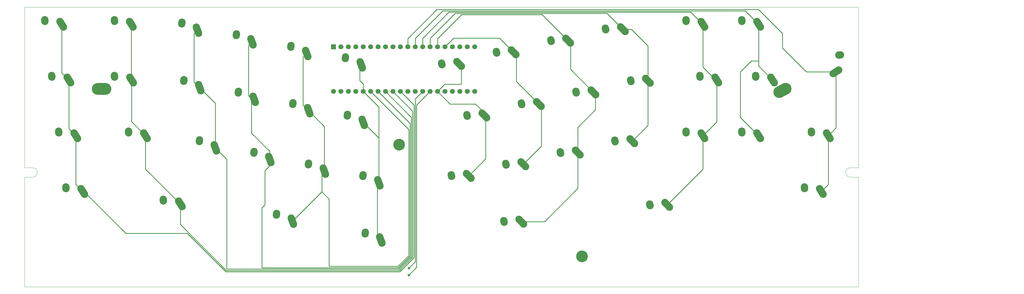
<source format=gtl>
%TF.GenerationSoftware,KiCad,Pcbnew,(6.0.6)*%
%TF.CreationDate,2022-07-10T17:12:38+03:00*%
%TF.ProjectId,liisa,6c696973-612e-46b6-9963-61645f706362,rev?*%
%TF.SameCoordinates,Original*%
%TF.FileFunction,Copper,L1,Top*%
%TF.FilePolarity,Positive*%
%FSLAX46Y46*%
G04 Gerber Fmt 4.6, Leading zero omitted, Abs format (unit mm)*
G04 Created by KiCad (PCBNEW (6.0.6)) date 2022-07-10 17:12:38*
%MOMM*%
%LPD*%
G01*
G04 APERTURE LIST*
G04 Aperture macros list*
%AMHorizOval*
0 Thick line with rounded ends*
0 $1 width*
0 $2 $3 position (X,Y) of the first rounded end (center of the circle)*
0 $4 $5 position (X,Y) of the second rounded end (center of the circle)*
0 Add line between two ends*
20,1,$1,$2,$3,$4,$5,0*
0 Add two circle primitives to create the rounded ends*
1,1,$1,$2,$3*
1,1,$1,$4,$5*%
G04 Aperture macros list end*
%TA.AperFunction,Profile*%
%ADD10C,0.100000*%
%TD*%
%TA.AperFunction,ComponentPad*%
%ADD11HorizOval,2.500000X-0.788523X0.802407X0.788523X-0.802407X0*%
%TD*%
%TA.AperFunction,ComponentPad*%
%ADD12HorizOval,2.500000X-0.079448X0.278905X0.079448X-0.278905X0*%
%TD*%
%TA.AperFunction,ComponentPad*%
%ADD13C,4.000000*%
%TD*%
%TA.AperFunction,ComponentPad*%
%ADD14O,6.700000X4.000000*%
%TD*%
%TA.AperFunction,ComponentPad*%
%ADD15HorizOval,4.000000X-1.103684X-0.586839X1.103684X0.586839X0*%
%TD*%
%TA.AperFunction,ComponentPad*%
%ADD16HorizOval,2.500000X-0.393983X1.053756X0.393983X-1.053756X0*%
%TD*%
%TA.AperFunction,ComponentPad*%
%ADD17HorizOval,2.500000X0.040861X0.287107X-0.040861X-0.287107X0*%
%TD*%
%TA.AperFunction,ComponentPad*%
%ADD18HorizOval,2.500000X-0.604462X0.948815X0.604462X-0.948815X0*%
%TD*%
%TA.AperFunction,ComponentPad*%
%ADD19HorizOval,2.500000X-0.019724X0.289328X0.019724X-0.289328X0*%
%TD*%
%TA.AperFunction,ComponentPad*%
%ADD20HorizOval,2.500000X0.948815X0.604462X-0.948815X-0.604462X0*%
%TD*%
%TA.AperFunction,ComponentPad*%
%ADD21HorizOval,2.500000X0.289328X0.019724X-0.289328X-0.019724X0*%
%TD*%
%TA.AperFunction,ComponentPad*%
%ADD22C,1.700000*%
%TD*%
%TA.AperFunction,ComponentPad*%
%ADD23R,1.700000X1.700000*%
%TD*%
%TA.AperFunction,ViaPad*%
%ADD24C,0.800000*%
%TD*%
%TA.AperFunction,Conductor*%
%ADD25C,0.250000*%
%TD*%
G04 APERTURE END LIST*
D10*
X320410000Y-113520000D02*
X320410000Y-76010000D01*
X38210000Y-72820000D02*
X35410000Y-72820000D01*
X368553350Y-22485001D02*
X368553350Y-22485001D01*
X35410000Y-17920000D02*
X320410000Y-17920000D01*
X38210000Y-76020000D02*
G75*
G03*
X38210000Y-72820000I0J1600000D01*
G01*
X320410000Y-76010000D02*
X317610000Y-76010000D01*
X320410000Y-17920000D02*
X320410000Y-72810000D01*
X35410000Y-76020000D02*
X35410000Y-113520000D01*
X38210000Y-76020000D02*
X35410000Y-76020000D01*
X320410000Y-72810000D02*
X317610000Y-72810000D01*
X317610000Y-72810000D02*
G75*
G03*
X317610000Y-76010000I0J-1600000D01*
G01*
X320410000Y-113520000D02*
X35410000Y-113520000D01*
X35410000Y-72820000D02*
X35410000Y-17920000D01*
D11*
%TO.P,K24,1*%
%TO.N,/col 6*%
X192561387Y-54955928D03*
D12*
%TO.P,K24,2*%
%TO.N,Net-(D24-Pad2)*%
X186648537Y-54914370D03*
%TD*%
D13*
%TO.P,HOLE_M3,1*%
%TO.N,N/C*%
X225910000Y-103120000D03*
%TD*%
D14*
%TO.P,HOLE_M3,1*%
%TO.N,N/C*%
X61710000Y-45820000D03*
%TD*%
D15*
%TO.P,HOLE_M3,1*%
%TO.N,N/C*%
X294409020Y-46401931D03*
%TD*%
D13*
%TO.P,HOLE_M3,1*%
%TO.N,N/C*%
X163400000Y-64920000D03*
%TD*%
D16*
%TO.P,K14,1*%
%TO.N,/col 3*%
X119223496Y-69992248D03*
D17*
%TO.P,K14,2*%
%TO.N,Net-(D14-Pad2)*%
X113838741Y-67549311D03*
%TD*%
D11*
%TO.P,K34,1*%
%TO.N,/col 9*%
X248462522Y-43073775D03*
D12*
%TO.P,K34,2*%
%TO.N,Net-(D34-Pad2)*%
X242549672Y-43032217D03*
%TD*%
D16*
%TO.P,K13,1*%
%TO.N,/col 3*%
X113867358Y-49378176D03*
D17*
%TO.P,K13,2*%
%TO.N,Net-(D13-Pad2)*%
X108482603Y-46935239D03*
%TD*%
D16*
%TO.P,K18,1*%
%TO.N,/col 4*%
X137857208Y-73952966D03*
D17*
%TO.P,K18,2*%
%TO.N,Net-(D18-Pad2)*%
X132472453Y-71510029D03*
%TD*%
D11*
%TO.P,K31,1*%
%TO.N,/col 8*%
X229828811Y-47034494D03*
D12*
%TO.P,K31,2*%
%TO.N,Net-(D31-Pad2)*%
X223915961Y-46992936D03*
%TD*%
D16*
%TO.P,K17,1*%
%TO.N,/col 4*%
X132501070Y-53338896D03*
D17*
%TO.P,K17,2*%
%TO.N,Net-(D17-Pad2)*%
X127116315Y-50895959D03*
%TD*%
D11*
%TO.P,K25,1*%
%TO.N,/col 6*%
X187205249Y-75569999D03*
D12*
%TO.P,K25,2*%
%TO.N,Net-(D25-Pad2)*%
X181292399Y-75528441D03*
%TD*%
D11*
%TO.P,K26,1*%
%TO.N,/col 7*%
X202575953Y-33351678D03*
D12*
%TO.P,K26,2*%
%TO.N,Net-(D26-Pad2)*%
X196663103Y-33310120D03*
%TD*%
D18*
%TO.P,K37,1*%
%TO.N,/col 10*%
X271983750Y-42787500D03*
D19*
%TO.P,K37,2*%
%TO.N,Net-(D37-Pad2)*%
X266208750Y-41517500D03*
%TD*%
D16*
%TO.P,K22,1*%
%TO.N,/col 5*%
X157188631Y-97537574D03*
D17*
%TO.P,K22,2*%
%TO.N,Net-(D22-Pad2)*%
X151803876Y-95094637D03*
%TD*%
D16*
%TO.P,K21,1*%
%TO.N,/col 5*%
X156490920Y-77913684D03*
D17*
%TO.P,K21,2*%
%TO.N,Net-(D21-Pad2)*%
X151106165Y-75470747D03*
%TD*%
D18*
%TO.P,K2,1*%
%TO.N,/col 0*%
X50527500Y-42787500D03*
D19*
%TO.P,K2,2*%
%TO.N,Net-(D2-Pad2)*%
X44752500Y-41517500D03*
%TD*%
D18*
%TO.P,K6,1*%
%TO.N,/col 1*%
X71958750Y-42787500D03*
D19*
%TO.P,K6,2*%
%TO.N,Net-(D6-Pad2)*%
X66183750Y-41517500D03*
%TD*%
D18*
%TO.P,K38,1*%
%TO.N,/col 10*%
X267221250Y-61837500D03*
D19*
%TO.P,K38,2*%
%TO.N,Net-(D38-Pad2)*%
X261446250Y-60567500D03*
%TD*%
%TO.P,K1,2*%
%TO.N,Net-(D1-Pad2)*%
X42371250Y-22467500D03*
D18*
%TO.P,K1,1*%
%TO.N,/col 0*%
X48146250Y-23737500D03*
%TD*%
%TO.P,K7,1*%
%TO.N,/col 1*%
X76721250Y-61837500D03*
D19*
%TO.P,K7,2*%
%TO.N,Net-(D7-Pad2)*%
X70946250Y-60567500D03*
%TD*%
D16*
%TO.P,K11,1*%
%TO.N,/col 2*%
X100589784Y-66031530D03*
D17*
%TO.P,K11,2*%
%TO.N,Net-(D11-Pad2)*%
X95205029Y-63588593D03*
%TD*%
D11*
%TO.P,K28,1*%
%TO.N,/col 7*%
X205838961Y-71609282D03*
D12*
%TO.P,K28,2*%
%TO.N,Net-(D28-Pad2)*%
X199926111Y-71567724D03*
%TD*%
D18*
%TO.P,K8,1*%
%TO.N,/col 1*%
X88627500Y-85156736D03*
D19*
%TO.P,K8,2*%
%TO.N,Net-(D8-Pad2)*%
X82852500Y-83886736D03*
%TD*%
D18*
%TO.P,K41,1*%
%TO.N,/col 11*%
X291033750Y-42787500D03*
D19*
%TO.P,K41,2*%
%TO.N,Net-(D41-Pad2)*%
X285258750Y-41517500D03*
%TD*%
D16*
%TO.P,K15,1*%
%TO.N,/col 4*%
X126908848Y-91101408D03*
D17*
%TO.P,K15,2*%
%TO.N,Net-(D15-Pad2)*%
X121524093Y-88658471D03*
%TD*%
%TO.P,K9,2*%
%TO.N,Net-(D9-Pad2)*%
X89151181Y-23350631D03*
D16*
%TO.P,K9,1*%
%TO.N,/col 2*%
X94535936Y-25793568D03*
%TD*%
D18*
%TO.P,K45,1*%
%TO.N,/col 12*%
X307702500Y-80887500D03*
D19*
%TO.P,K45,2*%
%TO.N,Net-(D44-Pad2)*%
X301927500Y-79617500D03*
%TD*%
D18*
%TO.P,K42,1*%
%TO.N,/col 11*%
X286271250Y-61837500D03*
D19*
%TO.P,K42,2*%
%TO.N,Net-(D42-Pad2)*%
X280496250Y-60567500D03*
%TD*%
D11*
%TO.P,K35,1*%
%TO.N,/col 9*%
X243106384Y-63687846D03*
D12*
%TO.P,K35,2*%
%TO.N,Net-(D35-Pad2)*%
X237193534Y-63646288D03*
%TD*%
D18*
%TO.P,K4,1*%
%TO.N,/col 0*%
X55290000Y-80887500D03*
D19*
%TO.P,K4,2*%
%TO.N,Net-(D4-Pad2)*%
X49515000Y-79617500D03*
%TD*%
D18*
%TO.P,K44,1*%
%TO.N,/col 12*%
X310083750Y-61837500D03*
D19*
%TO.P,K44,2*%
%TO.N,Net-(D43-Pad2)*%
X304308750Y-60567500D03*
%TD*%
D11*
%TO.P,K39,1*%
%TO.N,/col 10*%
X255044923Y-85494716D03*
D12*
%TO.P,K39,2*%
%TO.N,Net-(D39-Pad2)*%
X249132073Y-85453158D03*
%TD*%
D16*
%TO.P,K16,1*%
%TO.N,/col 4*%
X131803360Y-33715004D03*
D17*
%TO.P,K16,2*%
%TO.N,Net-(D16-Pad2)*%
X126418605Y-31272067D03*
%TD*%
D18*
%TO.P,K36,1*%
%TO.N,/col 10*%
X267221250Y-23737500D03*
D19*
%TO.P,K36,2*%
%TO.N,Net-(D36-Pad2)*%
X261446250Y-22467500D03*
%TD*%
D11*
%TO.P,K30,1*%
%TO.N,/col 8*%
X221209665Y-29390961D03*
D12*
%TO.P,K30,2*%
%TO.N,Net-(D30-Pad2)*%
X215296815Y-29349403D03*
%TD*%
D11*
%TO.P,K29,1*%
%TO.N,/col 8*%
X205141250Y-91233172D03*
D12*
%TO.P,K29,2*%
%TO.N,Net-(D29-Pad2)*%
X199228400Y-91191614D03*
%TD*%
D11*
%TO.P,K33,1*%
%TO.N,/col 9*%
X239843377Y-25430243D03*
D12*
%TO.P,K33,2*%
%TO.N,Net-(D33-Pad2)*%
X233930527Y-25388685D03*
%TD*%
D18*
%TO.P,K40,1*%
%TO.N,/col 11*%
X286271250Y-23737500D03*
D19*
%TO.P,K40,2*%
%TO.N,Net-(D40-Pad2)*%
X280496250Y-22467500D03*
%TD*%
D11*
%TO.P,K32,1*%
%TO.N,/col 8*%
X224472672Y-67648563D03*
D12*
%TO.P,K32,2*%
%TO.N,Net-(D32-Pad2)*%
X218559822Y-67607005D03*
%TD*%
D16*
%TO.P,K19,1*%
%TO.N,/col 5*%
X150437071Y-37675722D03*
D17*
%TO.P,K19,2*%
%TO.N,Net-(D19-Pad2)*%
X145052316Y-35232785D03*
%TD*%
D19*
%TO.P,K5,2*%
%TO.N,Net-(D5-Pad2)*%
X66142462Y-22467500D03*
D18*
%TO.P,K5,1*%
%TO.N,/col 1*%
X71917462Y-23737500D03*
%TD*%
D16*
%TO.P,K20,1*%
%TO.N,/col 5*%
X151134782Y-57299613D03*
D17*
%TO.P,K20,2*%
%TO.N,Net-(D20-Pad2)*%
X145750027Y-54856676D03*
%TD*%
D11*
%TO.P,K23,1*%
%TO.N,/col 6*%
X183942241Y-37312396D03*
D12*
%TO.P,K23,2*%
%TO.N,Net-(D23-Pad2)*%
X178029391Y-37270838D03*
%TD*%
D18*
%TO.P,K3,1*%
%TO.N,/col 0*%
X52908750Y-61837500D03*
D19*
%TO.P,K3,2*%
%TO.N,Net-(D3-Pad2)*%
X47133750Y-60567500D03*
%TD*%
D20*
%TO.P,K43,1*%
%TO.N,/col 12*%
X312730000Y-40037500D03*
D21*
%TO.P,K43,2*%
%TO.N,Net-(D45-Pad2)*%
X314000000Y-34262500D03*
%TD*%
D16*
%TO.P,K10,1*%
%TO.N,/col 2*%
X95233646Y-45417460D03*
D17*
%TO.P,K10,2*%
%TO.N,Net-(D10-Pad2)*%
X89848891Y-42974523D03*
%TD*%
D22*
%TO.P,U1,40,5V*%
%TO.N,unconnected-(U1-Pad40)*%
X140970000Y-46720000D03*
%TO.P,U1,39,GND*%
%TO.N,unconnected-(U1-Pad39)*%
X143510000Y-46720000D03*
%TO.P,U1,38,3V3*%
%TO.N,unconnected-(U1-Pad38)*%
X146050000Y-46720000D03*
%TO.P,U1,37,PB10*%
%TO.N,unconnected-(U1-Pad37)*%
X148590000Y-46720000D03*
%TO.P,U1,36,PB2*%
%TO.N,/col 5*%
X151130000Y-46720000D03*
%TO.P,U1,35,PB1*%
%TO.N,/col 4*%
X153670000Y-46720000D03*
%TO.P,U1,34,PB0*%
%TO.N,/col 3*%
X156210000Y-46720000D03*
%TO.P,U1,33,PA7*%
%TO.N,/col 2*%
X158750000Y-46720000D03*
%TO.P,U1,32,PA6*%
%TO.N,/col 1*%
X161290000Y-46720000D03*
%TO.P,U1,31,PA5*%
%TO.N,/col 0*%
X163830000Y-46720000D03*
%TO.P,U1,30,PA4*%
%TO.N,/row 0*%
X166370000Y-46720000D03*
%TO.P,U1,29,PA3*%
%TO.N,/row 1*%
X168910000Y-46720000D03*
%TO.P,U1,28,PA2*%
%TO.N,/row 2*%
X171450000Y-46720000D03*
%TO.P,U1,27,PA1*%
%TO.N,/row 3*%
X173990000Y-46720000D03*
%TO.P,U1,26,PA0*%
%TO.N,/col 6*%
X176530000Y-46720000D03*
%TO.P,U1,25,RES*%
%TO.N,unconnected-(U1-Pad25)*%
X179070000Y-46720000D03*
%TO.P,U1,24,PC15*%
%TO.N,unconnected-(U1-Pad24)*%
X181610000Y-46720000D03*
%TO.P,U1,23,PC14*%
%TO.N,unconnected-(U1-Pad23)*%
X184150000Y-46720000D03*
%TO.P,U1,22,PC13*%
%TO.N,unconnected-(U1-Pad22)*%
X186690000Y-46720000D03*
%TO.P,U1,21,VBat*%
%TO.N,unconnected-(U1-Pad21)*%
X189230000Y-46720000D03*
%TO.P,U1,20,3V3*%
%TO.N,unconnected-(U1-Pad20)*%
X189230000Y-31480000D03*
%TO.P,U1,19,GND*%
%TO.N,unconnected-(U1-Pad19)*%
X186690000Y-31480000D03*
%TO.P,U1,18,5V*%
%TO.N,unconnected-(U1-Pad18)*%
X184150000Y-31480000D03*
%TO.P,U1,17,PB9*%
%TO.N,unconnected-(U1-Pad17)*%
X181610000Y-31480000D03*
%TO.P,U1,16,PB8*%
%TO.N,/col 7*%
X179070000Y-31480000D03*
%TO.P,U1,15,PB7*%
%TO.N,/col 8*%
X176530000Y-31480000D03*
%TO.P,U1,14,PB6*%
%TO.N,/col 9*%
X173990000Y-31480000D03*
%TO.P,U1,13,PB5*%
%TO.N,/col 10*%
X171450000Y-31480000D03*
%TO.P,U1,12,PB4*%
%TO.N,/col 11*%
X168910000Y-31480000D03*
%TO.P,U1,11,PB3*%
%TO.N,/col 12*%
X166370000Y-31480000D03*
%TO.P,U1,10,PA15*%
%TO.N,unconnected-(U1-Pad10)*%
X163830000Y-31480000D03*
%TO.P,U1,9,PA12*%
%TO.N,unconnected-(U1-Pad9)*%
X161290000Y-31480000D03*
%TO.P,U1,8,PA11*%
%TO.N,unconnected-(U1-Pad8)*%
X158750000Y-31480000D03*
%TO.P,U1,7,PA10*%
%TO.N,unconnected-(U1-Pad7)*%
X156210000Y-31480000D03*
%TO.P,U1,6,PA9*%
%TO.N,unconnected-(U1-Pad6)*%
X153670000Y-31480000D03*
%TO.P,U1,5,PA8*%
%TO.N,unconnected-(U1-Pad5)*%
X151130000Y-31480000D03*
%TO.P,U1,4,PB15*%
%TO.N,unconnected-(U1-Pad4)*%
X148590000Y-31480000D03*
%TO.P,U1,3,PB14*%
%TO.N,unconnected-(U1-Pad3)*%
X146050000Y-31480000D03*
%TO.P,U1,2,PB13*%
%TO.N,unconnected-(U1-Pad2)*%
X143510000Y-31480000D03*
D23*
%TO.P,U1,1,PB12*%
%TO.N,unconnected-(U1-Pad1)*%
X140970000Y-31480000D03*
%TD*%
D11*
%TO.P,K27,1*%
%TO.N,/col 7*%
X211195099Y-50995211D03*
D12*
%TO.P,K27,2*%
%TO.N,Net-(D27-Pad2)*%
X205282249Y-50953653D03*
%TD*%
D17*
%TO.P,K12,2*%
%TO.N,Net-(D12-Pad2)*%
X107784893Y-27311349D03*
D16*
%TO.P,K12,1*%
%TO.N,/col 3*%
X113169648Y-29754286D03*
%TD*%
D24*
%TO.N,/row 2*%
X166687500Y-107156250D03*
%TO.N,/row 3*%
X166687500Y-109537500D03*
%TD*%
D25*
%TO.N,/col 0*%
X163695584Y-108350000D02*
X168487500Y-103558084D01*
X104127208Y-108350000D02*
X163695584Y-108350000D01*
X91027208Y-95250000D02*
X104127208Y-108350000D01*
X55634353Y-80887500D02*
X69996853Y-95250000D01*
X69996853Y-95250000D02*
X91027208Y-95250000D01*
X168487500Y-103558084D02*
X168487500Y-51377500D01*
X55290000Y-80887500D02*
X55634353Y-80887500D01*
X168487500Y-51377500D02*
X163830000Y-46720000D01*
%TO.N,/col 1*%
X88627500Y-92213896D02*
X88627500Y-85156736D01*
X104313604Y-107900000D02*
X88627500Y-92213896D01*
X163509188Y-107900000D02*
X104313604Y-107900000D01*
X168037500Y-103371688D02*
X163509188Y-107900000D01*
X161290000Y-46720000D02*
X168037500Y-53467500D01*
X168037500Y-53467500D02*
X168037500Y-103371688D01*
%TO.N,/row 3*%
X169387500Y-106837500D02*
X169387500Y-51322500D01*
X166687500Y-109537500D02*
X169387500Y-106837500D01*
X169387500Y-51322500D02*
X173990000Y-46720000D01*
%TO.N,/row 2*%
X168937500Y-49232500D02*
X171450000Y-46720000D01*
X166687500Y-107156250D02*
X168937500Y-104906250D01*
X168937500Y-104906250D02*
X168937500Y-49232500D01*
%TO.N,/col 7*%
X197724275Y-28500000D02*
X182050000Y-28500000D01*
X202575953Y-33351678D02*
X197724275Y-28500000D01*
X182050000Y-28500000D02*
X179070000Y-31480000D01*
%TO.N,/col 8*%
X184735000Y-20500000D02*
X176530000Y-28705000D01*
X176530000Y-28705000D02*
X176530000Y-31480000D01*
X212318704Y-20500000D02*
X184735000Y-20500000D01*
X221209665Y-29390961D02*
X212318704Y-20500000D01*
%TO.N,/col 9*%
X234463134Y-20050000D02*
X182557500Y-20050000D01*
X239843377Y-25430243D02*
X234463134Y-20050000D01*
X182557500Y-20050000D02*
X173990000Y-28617500D01*
X173990000Y-28617500D02*
X173990000Y-31480000D01*
%TO.N,/col 10*%
X180400000Y-19600000D02*
X263083750Y-19600000D01*
X263083750Y-19600000D02*
X267221250Y-23737500D01*
X171450000Y-31480000D02*
X171450000Y-28550000D01*
X171450000Y-28550000D02*
X180400000Y-19600000D01*
%TO.N,/col 11*%
X168910000Y-28590000D02*
X168910000Y-31480000D01*
X178350000Y-19150000D02*
X168910000Y-28590000D01*
X281683750Y-19150000D02*
X178350000Y-19150000D01*
X286271250Y-23737500D02*
X281683750Y-19150000D01*
%TO.N,/col 12*%
X166370000Y-28630000D02*
X166370000Y-31480000D01*
X176300000Y-18700000D02*
X166370000Y-28630000D01*
X294400000Y-31900000D02*
X294400000Y-26900000D01*
X286200000Y-18700000D02*
X176300000Y-18700000D01*
X312730000Y-40037500D02*
X302537500Y-40037500D01*
X302537500Y-40037500D02*
X294400000Y-31900000D01*
X294400000Y-26900000D02*
X286200000Y-18700000D01*
%TO.N,/col 0*%
X52908750Y-61837500D02*
X52908750Y-78506250D01*
X50527500Y-42787500D02*
X48146250Y-40406250D01*
X52908750Y-78506250D02*
X55290000Y-80887500D01*
X50527500Y-59456250D02*
X52908750Y-61837500D01*
X50527500Y-42787500D02*
X50527500Y-59456250D01*
X48146250Y-40406250D02*
X48146250Y-23737500D01*
%TO.N,/col 1*%
X71958750Y-42787500D02*
X71958750Y-57075000D01*
X76721250Y-61837500D02*
X76721250Y-73250486D01*
X71917462Y-42746212D02*
X71958750Y-42787500D01*
X76721250Y-73250486D02*
X88627500Y-85156736D01*
X71958750Y-57075000D02*
X76721250Y-61837500D01*
X161720000Y-46720000D02*
X161290000Y-46720000D01*
X71917462Y-23737500D02*
X71917462Y-42746212D01*
%TO.N,/col 2*%
X104500000Y-107450000D02*
X163322792Y-107450000D01*
X95233646Y-45417460D02*
X100589784Y-50773598D01*
X94535936Y-25793568D02*
X93347736Y-26981768D01*
X100589784Y-66031530D02*
X104500000Y-69941746D01*
X167587500Y-103185292D02*
X167587500Y-55557500D01*
X167587500Y-55557500D02*
X158750000Y-46720000D01*
X163322792Y-107450000D02*
X167587500Y-103185292D01*
X100589784Y-50773598D02*
X100589784Y-66031530D01*
X104500000Y-69941746D02*
X104500000Y-107450000D01*
X93347736Y-26981768D02*
X93347736Y-43531550D01*
X93347736Y-43531550D02*
X95233646Y-45417460D01*
%TO.N,/col 3*%
X167137500Y-102998896D02*
X167137500Y-57647500D01*
X167137500Y-57647500D02*
X156210000Y-46720000D01*
X113000000Y-61000000D02*
X113000000Y-50245534D01*
X111981448Y-30942486D02*
X113169648Y-29754286D01*
X163136396Y-107000000D02*
X167137500Y-102998896D01*
X117500000Y-73831268D02*
X117500000Y-85500000D01*
X111981448Y-48152039D02*
X111981448Y-30942486D01*
X116500000Y-86500000D02*
X116500000Y-107000000D01*
X113000000Y-50245534D02*
X113867358Y-49378176D01*
X113207585Y-49378176D02*
X111981448Y-48152039D01*
X116500000Y-107000000D02*
X163136396Y-107000000D01*
X119223496Y-69992248D02*
X119223496Y-67223496D01*
X119223496Y-69992248D02*
X119223496Y-72107772D01*
X119223496Y-72107772D02*
X117500000Y-73831268D01*
X119223496Y-67223496D02*
X113000000Y-61000000D01*
X117500000Y-85500000D02*
X116500000Y-86500000D01*
X113867358Y-49378176D02*
X113207585Y-49378176D01*
%TO.N,/col 4*%
X137857208Y-58695034D02*
X132501070Y-53338896D01*
X137000000Y-81010256D02*
X137000000Y-74810174D01*
X163000000Y-106500000D02*
X166687500Y-102812500D01*
X137000000Y-74810174D02*
X137857208Y-73952966D01*
X137000000Y-81010256D02*
X139500000Y-83510256D01*
X166687500Y-59737500D02*
X153670000Y-46720000D01*
X166687500Y-102812500D02*
X166687500Y-59737500D01*
X139500000Y-106500000D02*
X163000000Y-106500000D01*
X130615160Y-34903204D02*
X131803360Y-33715004D01*
X139500000Y-83510256D02*
X139500000Y-106500000D01*
X132501070Y-53338896D02*
X130615160Y-51452986D01*
X126908848Y-91101408D02*
X137000000Y-81010256D01*
X137857208Y-73952966D02*
X137857208Y-58695034D01*
X130615160Y-51452986D02*
X130615160Y-34903204D01*
%TO.N,/col 5*%
X156000000Y-78404604D02*
X156490920Y-77913684D01*
X156000000Y-96348943D02*
X156000000Y-78404604D01*
X151134782Y-57299613D02*
X156490920Y-62655751D01*
X150437071Y-37675722D02*
X150000000Y-38112793D01*
X156490920Y-52080920D02*
X151130000Y-46720000D01*
X151130000Y-57294831D02*
X151134782Y-57299613D01*
X157188631Y-97537574D02*
X156000000Y-96348943D01*
X150000000Y-43000000D02*
X151130000Y-44130000D01*
X150000000Y-38112793D02*
X150000000Y-43000000D01*
X151130000Y-44130000D02*
X151130000Y-46720000D01*
X156490920Y-62655751D02*
X156490920Y-77913684D01*
X156490920Y-62655751D02*
X156490920Y-52080920D01*
%TO.N,/col 6*%
X180810000Y-51000000D02*
X189500000Y-51000000D01*
X176530000Y-46720000D02*
X180810000Y-51000000D01*
X179032418Y-44217582D02*
X176530000Y-46720000D01*
X193000000Y-69775248D02*
X193000000Y-55394541D01*
X184698022Y-38068177D02*
X184698022Y-44217582D01*
X193000000Y-55394541D02*
X192561387Y-54955928D01*
X189500000Y-51000000D02*
X191500000Y-53000000D01*
X183942241Y-37312396D02*
X184698022Y-38068177D01*
X187205249Y-75569999D02*
X193000000Y-69775248D01*
X184698022Y-44217582D02*
X179032418Y-44217582D01*
%TO.N,/col 7*%
X212000000Y-65448243D02*
X205838961Y-71609282D01*
X203500000Y-34275725D02*
X203500000Y-43300112D01*
X202575953Y-33351678D02*
X203500000Y-34275725D01*
X211195099Y-50995211D02*
X212000000Y-51800112D01*
X212000000Y-51800112D02*
X212000000Y-65448243D01*
X203500000Y-43300112D02*
X211195099Y-50995211D01*
%TO.N,/col 8*%
X224472672Y-67648563D02*
X224472672Y-79851198D01*
X213090698Y-91233172D02*
X205141250Y-91233172D01*
X222000000Y-39205683D02*
X222000000Y-30181296D01*
X229828811Y-47034494D02*
X222000000Y-39205683D01*
X230500000Y-47705683D02*
X229828811Y-47034494D01*
X222000000Y-30181296D02*
X221209665Y-29390961D01*
X224472672Y-59027328D02*
X230500000Y-53000000D01*
X224472672Y-67648563D02*
X224472672Y-59027328D01*
X230500000Y-53000000D02*
X230500000Y-47705683D01*
X224472672Y-79851198D02*
X213090698Y-91233172D01*
%TO.N,/col 9*%
X248462522Y-43073775D02*
X248462522Y-31128689D01*
X248462522Y-58331708D02*
X248462522Y-43073775D01*
X242764076Y-25430243D02*
X239843377Y-25430243D01*
X243106384Y-63687846D02*
X248462522Y-58331708D01*
X248462522Y-31128689D02*
X242764076Y-25430243D01*
%TO.N,/col 10*%
X255044923Y-85494716D02*
X267221250Y-73318389D01*
X267221250Y-61837500D02*
X271946382Y-57112368D01*
X267221250Y-38369353D02*
X267221250Y-23737500D01*
X271946382Y-57112368D02*
X271946382Y-42824868D01*
X271983750Y-42787500D02*
X271639397Y-42787500D01*
X267221250Y-73318389D02*
X267221250Y-61837500D01*
X271639397Y-42787500D02*
X267221250Y-38369353D01*
%TO.N,/col 11*%
X280000000Y-40000000D02*
X283728750Y-36271250D01*
X286271250Y-36271250D02*
X286271250Y-23737500D01*
X286271250Y-61837500D02*
X280000000Y-55566250D01*
X280000000Y-55566250D02*
X280000000Y-40000000D01*
X286271250Y-38025000D02*
X286271250Y-36271250D01*
X291033750Y-42787500D02*
X286271250Y-38025000D01*
X283728750Y-36271250D02*
X286271250Y-36271250D01*
%TO.N,/col 12*%
X307702500Y-80887500D02*
X310083750Y-78506250D01*
X310083750Y-78506250D02*
X310083750Y-61837500D01*
X310083750Y-61837500D02*
X312730000Y-59191250D01*
X312730000Y-59191250D02*
X312730000Y-40037500D01*
%TD*%
M02*

</source>
